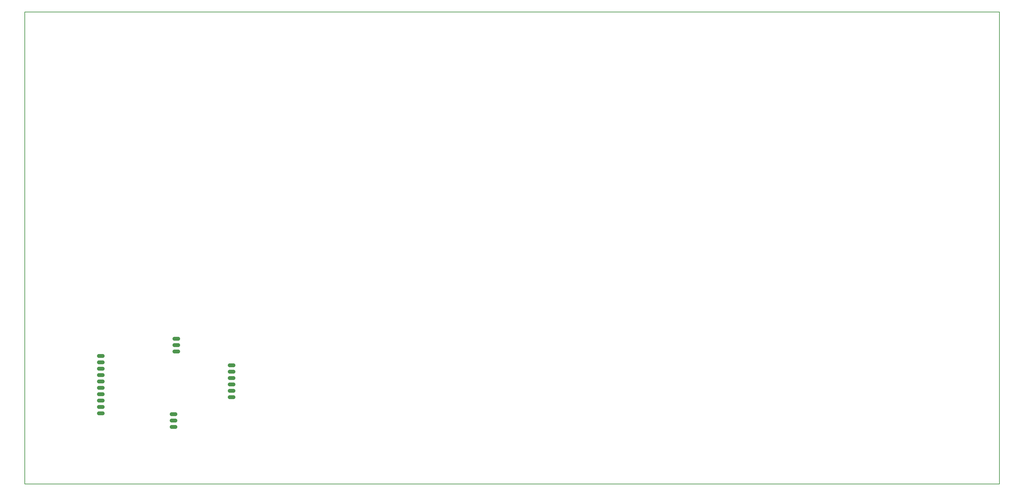
<source format=gbr>
G04 EAGLE Gerber RS-274X export*
G75*
%MOMM*%
%FSLAX34Y34*%
%LPD*%
%INTop Copper*%
%IPPOS*%
%AMOC8*
5,1,8,0,0,1.08239X$1,22.5*%
G01*
%ADD10C,1.524000*%
%ADD11C,0.254000*%


D10*
X295680Y509700D02*
X310920Y509700D01*
X310920Y484300D02*
X295680Y484300D01*
X295680Y458900D02*
X310920Y458900D01*
X310920Y433500D02*
X295680Y433500D01*
X295680Y408100D02*
X310920Y408100D01*
X310920Y382700D02*
X295680Y382700D01*
X295680Y357300D02*
X310920Y357300D01*
X310920Y331900D02*
X295680Y331900D01*
X295680Y306500D02*
X310920Y306500D01*
X310920Y281100D02*
X295680Y281100D01*
X584580Y277800D02*
X599820Y277800D01*
X599820Y252400D02*
X584580Y252400D01*
X584580Y227000D02*
X599820Y227000D01*
X595680Y527000D02*
X610920Y527000D01*
X610920Y552400D02*
X595680Y552400D01*
X595680Y577800D02*
X610920Y577800D01*
X816480Y472400D02*
X831720Y472400D01*
X831720Y447000D02*
X816480Y447000D01*
X816480Y421600D02*
X831720Y421600D01*
X831720Y396200D02*
X816480Y396200D01*
X816480Y370800D02*
X831720Y370800D01*
X831720Y345400D02*
X816480Y345400D01*
D11*
X0Y0D02*
X3880000Y0D01*
X3880000Y1880000D01*
X0Y1880000D01*
X0Y0D01*
M02*

</source>
